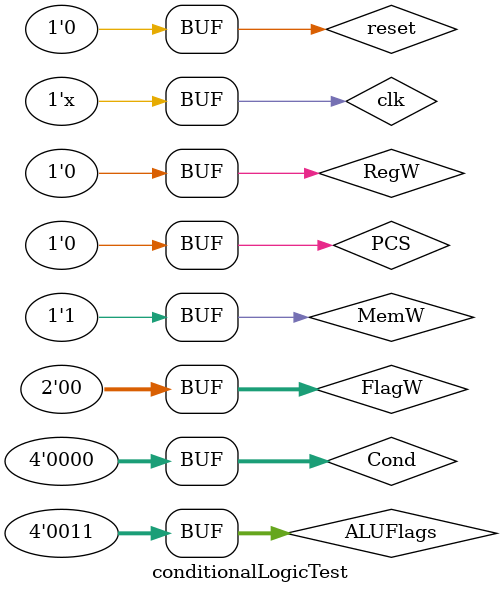
<source format=sv>
module conditionalLogicTest();

	logic clk, reset;			  
	logic [3:0] Cond;
	logic [3:0] ALUFlags;
	logic [1:0] FlagW;
	logic PCS, RegW, MemW;
	logic PCSrc, RegWrite, MemWrite;

	
	// instantiate device to be tested
	 conditionalLogic conditionalLogicForTest(clk, reset,Cond, ALUFlags,
			  Flagw,
			  PCS, RegW, MemW,
			  PCSrc, RegWrite, MemWrite);
	always begin
		 clk=~clk; #5;
	end
	
	
	initial begin 		
		reset = 1; #1; reset = 0; #4; //Se resetea los registros que permiten o no la actualizacion de los flags.
		clk = 0; #5;
		
		#10; 
		Cond = 4'b0000; 
		ALUFlags = 4'b0001; 
		FlagW= 2'b00;
		PCS = 0;	
		RegW = 0;
		MemW = 0;
		#10; 
		Cond = 4'b0010; 
		ALUFlags = 4'b0001; 
		FlagW= 2'b00;
		PCS = 0;	
		RegW = 0;
		MemW = 0;
		#10; 
		Cond = 4'b0000; 
		ALUFlags = 4'b0001; 
		FlagW= 2'b10;
		PCS = 0;	
		RegW = 1;
		MemW = 0;
		#10; 
		Cond = 4'b0000; 
		ALUFlags = 4'b0011; 
		FlagW= 2'b00;
		PCS = 0;	
		RegW = 0;
		MemW = 1;
		
		
	end
			  
	
	
endmodule
</source>
